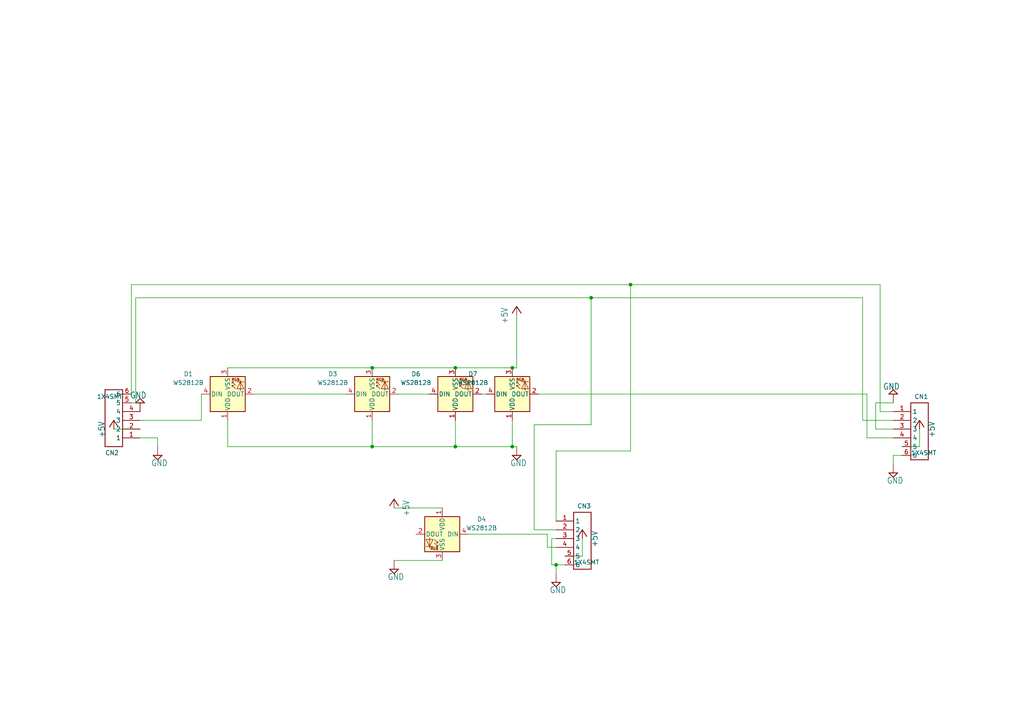
<source format=kicad_sch>
(kicad_sch (version 20211123) (generator eeschema)
  (paper "A4")
  (lib_symbols
    (symbol "1X4SMT_1"
      (property "Reference" "CN" (at 5.08 7.62 0))
      (property "Value" "1X4SMT_1" (at 0 -10.16 0))
      (symbol "1X4SMT_1_1_0"
        (polyline (pts (xy 0 -11.43) (xy 0 5.08)) (stroke (width 0.254)))
        (polyline (pts (xy 0 5.08) (xy 5.08 5.08)) (stroke (width 0.254)))
        (polyline (pts (xy 5.08 -11.43) (xy 0 -11.43)) (stroke (width 0.254)))
        (polyline (pts (xy 5.08 5.08) (xy 5.08 -11.43)) (stroke (width 0.254)))
        (pin bidirectional line (at -5.08 2.54 0) (length 5.08) (name "1") (number "1"))
        (pin bidirectional line (at -5.08 0 0) (length 5.08) (name "2") (number "2"))
        (pin bidirectional line (at -5.08 -2.54 0) (length 5.08) (name "3") (number "3"))
        (pin bidirectional line (at -5.08 -5.08 0) (length 5.08) (name "4") (number "4"))
      )
      (symbol "1X4SMT_1_1_1"
        (pin bidirectional line (at -2.54 -7.62 0) (length 2.54) (name "5") (number "5"))
        (pin bidirectional line (at -2.54 -10.16 0) (length 2.54) (name "6") (number "6"))
      )
    )
    (symbol "Adafruit NeoPixel 8 Stick-eagle-import:+5V" (power)
      (property "Value" "+5V" (at -2.54 -5.08 90))
      (symbol "+5V_1_0"
        (polyline (pts (xy 0 0) (xy -1.27 -1.905)) (stroke (width 0.254)))
        (polyline (pts (xy 1.27 -1.905) (xy 0 0)) (stroke (width 0.254)))
        (pin power_in line (at 0 -2.54 90) (length 2.54) (name "+5V") (number "1"))
      )
    )
    (symbol "Adafruit NeoPixel 8 Stick-eagle-import:1X4SMT"
      (property "Reference" "CN" (at 5.08 7.62 0))
      (property "Value" "1X4SMT" (at 0 -10.16 0))
      (symbol "1X4SMT_1_0"
        (polyline (pts (xy 0 -11.43) (xy 0 5.08)) (stroke (width 0.254)))
        (polyline (pts (xy 0 5.08) (xy 5.08 5.08)) (stroke (width 0.254)))
        (polyline (pts (xy 5.08 -11.43) (xy 0 -11.43)) (stroke (width 0.254)))
        (polyline (pts (xy 5.08 5.08) (xy 5.08 -11.43)) (stroke (width 0.254)))
        (pin bidirectional line (at -5.08 2.54 0) (length 5.08) (name "1") (number "1"))
        (pin bidirectional line (at -5.08 0 0) (length 5.08) (name "2") (number "2"))
        (pin bidirectional line (at -5.08 -2.54 0) (length 5.08) (name "3") (number "3"))
        (pin bidirectional line (at -5.08 -5.08 0) (length 5.08) (name "4") (number "4"))
      )
      (symbol "1X4SMT_1_1"
        (pin bidirectional line (at -2.54 -7.62 0) (length 2.54) (name "5") (number "5"))
        (pin bidirectional line (at -2.54 -10.16 0) (length 2.54) (name "6") (number "6"))
      )
    )
    (symbol "Adafruit NeoPixel 8 Stick-eagle-import:GND" (power)
      (property "Value" "GND" (at -1.905 -3.175 0))
      (symbol "GND_1_0"
        (polyline (pts (xy -1.27 0) (xy 1.27 0)) (stroke (width 0.254)))
        (polyline (pts (xy 0 -1.27) (xy -1.27 0)) (stroke (width 0.254)))
        (polyline (pts (xy 1.27 0) (xy 0 -1.27)) (stroke (width 0.254)))
        (pin power_in line (at 0 2.54 270) (length 2.54) (name "GND") (number "1"))
      )
    )
    (symbol "LED:WS2812B" (pin_names (offset 0.254))
      (property "Reference" "D" (at 5.08 5.715 0))
      (property "Value" "WS2812B" (at 1.27 -5.715 0))
      (symbol "WS2812B_0_0"
        (text "RGB" (at 2.286 -4.191 0) (effects (font (size 0.762 0.762))))
      )
      (symbol "WS2812B_0_1"
        (polyline (pts (xy 1.27 -3.556) (xy 1.778 -3.556)))
        (polyline (pts (xy 1.27 -2.54) (xy 1.778 -2.54)))
        (polyline (pts (xy 4.699 -3.556) (xy 2.667 -3.556)))
        (polyline (pts (xy 2.286 -2.54) (xy 1.27 -3.556) (xy 1.27 -3.048)))
        (polyline (pts (xy 2.286 -1.524) (xy 1.27 -2.54) (xy 1.27 -2.032)))
        (polyline (pts (xy 3.683 -1.016) (xy 3.683 -3.556) (xy 3.683 -4.064)))
        (polyline (pts (xy 4.699 -1.524) (xy 2.667 -1.524) (xy 3.683 -3.556) (xy 4.699 -1.524)))
        (rectangle (start 5.08 5.08) (end -5.08 -5.08) (stroke (width 0.254)) (fill (type background)))
      )
      (symbol "WS2812B_1_1"
        (pin power_in line (at 0 7.62 270) (length 2.54) (name "VDD") (number "1"))
        (pin output line (at 7.62 0 180) (length 2.54) (name "DOUT") (number "2"))
        (pin power_in line (at 0 -7.62 90) (length 2.54) (name "VSS") (number "3"))
        (pin input line (at -7.62 0 0) (length 2.54) (name "DIN") (number "4"))
      )
    )
  )
  (junction (at 161.29 163.83))
  (junction (at 148.59 106.68))
  (junction (at 107.95 129.54))
  (junction (at 182.88 82.55))
  (junction (at 148.59 129.54))
  (junction (at 171.45 86.36))
  (junction (at 132.08 106.68))
  (junction (at 132.08 129.54))
  (junction (at 107.95 106.68))
  (wire (pts (xy 154.94 153.67) (xy 154.94 123.19)))
  (wire (pts (xy 163.83 161.29) (xy 168.91 161.29)))
  (wire (pts (xy 40.64 127) (xy 45.72 127)))
  (wire (pts (xy 45.72 127) (xy 45.72 129.54)))
  (wire (pts (xy 259.08 132.08) (xy 259.08 134.62)))
  (wire (pts (xy 161.29 156.21) (xy 160.02 156.21)))
  (wire (pts (xy 132.08 121.92) (xy 132.08 129.54)))
  (wire (pts (xy 161.29 151.13) (xy 161.29 130.81)))
  (wire (pts (xy 139.7 114.3) (xy 140.97 114.3)))
  (wire (pts (xy 128.27 147.32) (xy 114.3 147.32)))
  (wire (pts (xy 38.1 116.84) (xy 39.37 116.84)))
  (wire (pts (xy 40.64 121.92) (xy 58.42 121.92)))
  (wire (pts (xy 161.29 130.81) (xy 182.88 130.81)))
  (wire (pts (xy 107.95 106.68) (xy 132.08 106.68)))
  (wire (pts (xy 254 116.84) (xy 259.08 116.84)))
  (wire (pts (xy 254 124.46) (xy 254 116.84)))
  (wire (pts (xy 73.66 114.3) (xy 100.33 114.3)))
  (wire (pts (xy 171.45 86.36) (xy 250.19 86.36)))
  (wire (pts (xy 171.45 123.19) (xy 171.45 86.36)))
  (wire (pts (xy 148.59 106.68) (xy 149.86 106.68)))
  (wire (pts (xy 251.46 114.3) (xy 251.46 127)))
  (wire (pts (xy 255.27 82.55) (xy 255.27 119.38)))
  (wire (pts (xy 66.04 106.68) (xy 107.95 106.68)))
  (wire (pts (xy 250.19 86.36) (xy 250.19 121.92)))
  (wire (pts (xy 132.08 106.68) (xy 148.59 106.68)))
  (wire (pts (xy 148.59 129.54) (xy 149.86 129.54)))
  (wire (pts (xy 161.29 163.83) (xy 161.29 166.37)))
  (wire (pts (xy 66.04 121.92) (xy 66.04 129.54)))
  (wire (pts (xy 114.3 162.56) (xy 128.27 162.56)))
  (wire (pts (xy 107.95 129.54) (xy 132.08 129.54)))
  (wire (pts (xy 38.1 82.55) (xy 182.88 82.55)))
  (wire (pts (xy 168.91 161.29) (xy 168.91 156.21)))
  (wire (pts (xy 163.83 163.83) (xy 161.29 163.83)))
  (wire (pts (xy 58.42 121.92) (xy 58.42 114.3)))
  (wire (pts (xy 158.75 158.75) (xy 161.29 158.75)))
  (wire (pts (xy 107.95 121.92) (xy 107.95 129.54)))
  (wire (pts (xy 39.37 86.36) (xy 171.45 86.36)))
  (wire (pts (xy 66.04 129.54) (xy 107.95 129.54)))
  (wire (pts (xy 250.19 121.92) (xy 259.08 121.92)))
  (wire (pts (xy 160.02 156.21) (xy 160.02 163.83)))
  (wire (pts (xy 33.02 124.46) (xy 40.64 124.46)))
  (wire (pts (xy 251.46 127) (xy 259.08 127)))
  (wire (pts (xy 148.59 121.92) (xy 148.59 129.54)))
  (wire (pts (xy 182.88 82.55) (xy 255.27 82.55)))
  (wire (pts (xy 156.21 114.3) (xy 251.46 114.3)))
  (wire (pts (xy 255.27 119.38) (xy 259.08 119.38)))
  (wire (pts (xy 135.89 154.94) (xy 158.75 154.94)))
  (wire (pts (xy 154.94 123.19) (xy 171.45 123.19)))
  (wire (pts (xy 259.08 124.46) (xy 254 124.46)))
  (wire (pts (xy 182.88 130.81) (xy 182.88 82.55)))
  (wire (pts (xy 161.29 153.67) (xy 154.94 153.67)))
  (wire (pts (xy 158.75 154.94) (xy 158.75 158.75)))
  (wire (pts (xy 39.37 116.84) (xy 39.37 86.36)))
  (wire (pts (xy 261.62 132.08) (xy 259.08 132.08)))
  (wire (pts (xy 261.62 129.54) (xy 266.7 129.54)))
  (wire (pts (xy 160.02 163.83) (xy 161.29 163.83)))
  (wire (pts (xy 38.1 114.3) (xy 38.1 82.55)))
  (wire (pts (xy 149.86 91.44) (xy 149.86 106.68)))
  (wire (pts (xy 266.7 129.54) (xy 266.7 124.46)))
  (wire (pts (xy 132.08 129.54) (xy 148.59 129.54)))
  (wire (pts (xy 115.57 114.3) (xy 124.46 114.3)))
  (symbol (lib_id "LED:WS2812B") (at 128.27 154.94 0) (mirror y) (unit 1)
    (property "Reference" "D4" (at 139.7 150.6093 0))
    (property "Value" "WS2812B" (at 139.7 153.1493 0))
    (property "Footprint" "LED_SMD:LED_WS2812B_PLCC4_5.0x5.0mm_P3.2mm" (effects hide))
    (property "Datasheet" "https://cdn-shop.adafruit.com/datasheets/WS2812B.pdf" (effects hide))
  )
  (symbol (lib_name "1X4SMT_1") (lib_id "Adafruit NeoPixel 8 Stick-eagle-import:1X4SMT") (at 166.37 153.67 0) (unit 1)
    (property "Reference" "CN3" (at 171.45 146.05 0) (effects (justify right top)))
    (property "Value" "1X4SMT" (at 166.37 163.83 0) (effects (justify left bottom)))
    (property "Footprint" "Adafruit NeoPixel 8 Stick:1X4-SMT" (effects hide))
  )
  (symbol (lib_id "Adafruit NeoPixel 8 Stick-eagle-import:GND") (at 40.64 116.84 180) (unit 1)
    (property "Reference" "#SUPPLY02" (effects hide))
    (property "Value" "GND" (at 42.545 113.665 0) (effects (font (size 1.778 1.5113)) (justify left bottom)))
    (property "Footprint" "Adafruit NeoPixel 8 Stick:" (effects hide))
  )
  (symbol (lib_id "Adafruit NeoPixel 8 Stick-eagle-import:+5V") (at 33.02 121.92 0) (unit 1)
    (property "Reference" "#P+011" (effects hide))
    (property "Value" "+5V" (at 30.48 127 90) (effects (font (size 1.778 1.5113)) (justify left bottom)))
    (property "Footprint" "Adafruit NeoPixel 8 Stick:" (effects hide))
  )
  (symbol (lib_id "Adafruit NeoPixel 8 Stick-eagle-import:+5V") (at 114.3 144.78 0) (mirror y) (unit 1)
    (property "Reference" "#P+0102" (effects hide))
    (property "Value" "+5V" (at 116.84 149.86 90) (effects (font (size 1.778 1.5113)) (justify left bottom)))
    (property "Footprint" "Adafruit NeoPixel 8 Stick:" (effects hide))
  )
  (symbol (lib_id "LED:WS2812B") (at 107.95 114.3 0) (mirror x) (unit 1)
    (property "Reference" "D3" (at 96.52 108.4705 0))
    (property "Value" "WS2812B" (at 96.52 111.0105 0))
    (property "Footprint" "LED_SMD:LED_WS2812B_PLCC4_5.0x5.0mm_P3.2mm" (effects hide))
    (property "Datasheet" "https://cdn-shop.adafruit.com/datasheets/WS2812B.pdf" (effects hide))
  )
  (symbol (lib_id "LED:WS2812B") (at 148.59 114.3 0) (mirror x) (unit 1)
    (property "Reference" "D7" (at 137.16 108.4705 0))
    (property "Value" "WS2812B" (at 137.16 111.0105 0))
    (property "Footprint" "LED_SMD:LED_WS2812B_PLCC4_5.0x5.0mm_P3.2mm" (effects hide))
    (property "Datasheet" "https://cdn-shop.adafruit.com/datasheets/WS2812B.pdf" (effects hide))
  )
  (symbol (lib_id "Adafruit NeoPixel 8 Stick-eagle-import:GND") (at 45.72 132.08 0) (unit 1)
    (property "Reference" "#SUPPLY07" (effects hide))
    (property "Value" "GND" (at 43.815 135.255 0) (effects (font (size 1.778 1.5113)) (justify left bottom)))
    (property "Footprint" "Adafruit NeoPixel 8 Stick:" (effects hide))
  )
  (symbol (lib_id "Adafruit NeoPixel 8 Stick-eagle-import:1X4SMT") (at 35.56 124.46 180) (unit 1)
    (property "Reference" "CN2" (at 30.48 132.08 0) (effects (justify right top)))
    (property "Value" "1X4SMT" (at 35.56 114.3 0) (effects (justify left bottom)))
    (property "Footprint" "Adafruit NeoPixel 8 Stick:1X4-SMT" (effects hide))
  )
  (symbol (lib_id "Adafruit NeoPixel 8 Stick-eagle-import:GND") (at 114.3 165.1 0) (unit 1)
    (property "Reference" "#SUPPLY0102" (effects hide))
    (property "Value" "GND" (at 112.395 168.275 0) (effects (font (size 1.778 1.5113)) (justify left bottom)))
    (property "Footprint" "Adafruit NeoPixel 8 Stick:" (effects hide))
  )
  (symbol (lib_id "LED:WS2812B") (at 66.04 114.3 0) (mirror x) (unit 1)
    (property "Reference" "D1" (at 54.61 108.4705 0))
    (property "Value" "WS2812B" (at 54.61 111.0105 0))
    (property "Footprint" "LED_SMD:LED_WS2812B_PLCC4_5.0x5.0mm_P3.2mm" (effects hide))
    (property "Datasheet" "https://cdn-shop.adafruit.com/datasheets/WS2812B.pdf" (effects hide))
  )
  (symbol (lib_id "Adafruit NeoPixel 8 Stick-eagle-import:+5V") (at 149.86 88.9 0) (unit 1)
    (property "Reference" "#P+02" (effects hide))
    (property "Value" "+5V" (at 147.32 93.98 90) (effects (font (size 1.778 1.5113)) (justify left bottom)))
    (property "Footprint" "Adafruit NeoPixel 8 Stick:" (effects hide))
  )
  (symbol (lib_name "1X4SMT_1") (lib_id "Adafruit NeoPixel 8 Stick-eagle-import:1X4SMT") (at 264.16 121.92 0) (unit 1)
    (property "Reference" "CN1" (at 269.24 114.3 0) (effects (justify right top)))
    (property "Value" "1X4SMT" (at 264.16 132.08 0) (effects (justify left bottom)))
    (property "Footprint" "Adafruit NeoPixel 8 Stick:1X4-SMT" (effects hide))
  )
  (symbol (lib_id "Adafruit NeoPixel 8 Stick-eagle-import:+5V") (at 266.7 121.92 0) (mirror y) (unit 1)
    (property "Reference" "#P+01" (effects hide))
    (property "Value" "+5V" (at 269.24 127 90) (effects (font (size 1.778 1.5113)) (justify left bottom)))
    (property "Footprint" "Adafruit NeoPixel 8 Stick:" (effects hide))
  )
  (symbol (lib_id "Adafruit NeoPixel 8 Stick-eagle-import:GND") (at 149.86 132.08 0) (unit 1)
    (property "Reference" "#SUPPLY03" (effects hide))
    (property "Value" "GND" (at 147.955 135.255 0) (effects (font (size 1.778 1.5113)) (justify left bottom)))
    (property "Footprint" "Adafruit NeoPixel 8 Stick:" (effects hide))
  )
  (symbol (lib_id "Adafruit NeoPixel 8 Stick-eagle-import:GND") (at 161.29 168.91 0) (unit 1)
    (property "Reference" "#SUPPLY0101" (effects hide))
    (property "Value" "GND" (at 159.385 172.085 0) (effects (font (size 1.778 1.5113)) (justify left bottom)))
    (property "Footprint" "Adafruit NeoPixel 8 Stick:" (effects hide))
  )
  (symbol (lib_id "LED:WS2812B") (at 132.08 114.3 0) (mirror x) (unit 1)
    (property "Reference" "D6" (at 120.65 108.4705 0))
    (property "Value" "WS2812B" (at 120.65 111.0105 0))
    (property "Footprint" "LED_SMD:LED_WS2812B_PLCC4_5.0x5.0mm_P3.2mm" (effects hide))
    (property "Datasheet" "https://cdn-shop.adafruit.com/datasheets/WS2812B.pdf" (effects hide))
  )
  (symbol (lib_id "Adafruit NeoPixel 8 Stick-eagle-import:GND") (at 259.08 137.16 0) (unit 1)
    (property "Reference" "#SUPPLY09" (effects hide))
    (property "Value" "GND" (at 257.175 140.335 0) (effects (font (size 1.778 1.5113)) (justify left bottom)))
    (property "Footprint" "Adafruit NeoPixel 8 Stick:" (effects hide))
  )
  (symbol (lib_id "Adafruit NeoPixel 8 Stick-eagle-import:+5V") (at 168.91 153.67 0) (mirror y) (unit 1)
    (property "Reference" "#P+0101" (effects hide))
    (property "Value" "+5V" (at 171.45 158.75 90) (effects (font (size 1.778 1.5113)) (justify left bottom)))
    (property "Footprint" "Adafruit NeoPixel 8 Stick:" (effects hide))
  )
  (symbol (lib_id "Adafruit NeoPixel 8 Stick-eagle-import:GND") (at 259.08 114.3 180) (unit 1)
    (property "Reference" "#SUPPLY01" (effects hide))
    (property "Value" "GND" (at 260.985 111.125 0) (effects (font (size 1.778 1.5113)) (justify left bottom)))
    (property "Footprint" "Adafruit NeoPixel 8 Stick:" (effects hide))
  )
)
</source>
